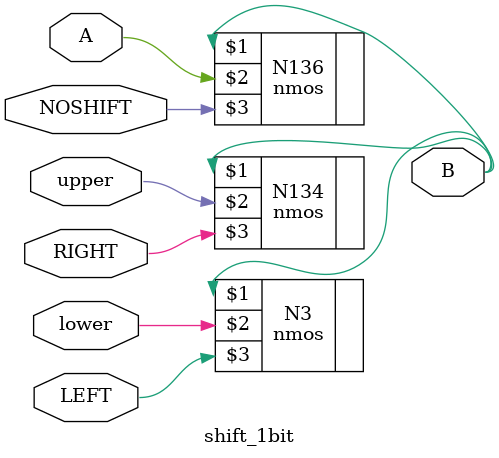
<source format=v>
`timescale 1ns / 1ns 

module shift_1bit ( B, A, LEFT, NOSHIFT, RIGHT, lower, upper );
output  B;

input  A, LEFT, NOSHIFT, RIGHT, lower, upper;


specify 
    specparam CDS_LIBNAME  = "ece555_projectlib";
    specparam CDS_CELLNAME = "shift_1bit";
    specparam CDS_VIEWNAME = "schematic";
endspecify

nmos N3 ( B, lower, LEFT);
nmos N136 ( B, A, NOSHIFT);
nmos N134 ( B, upper, RIGHT);

endmodule

</source>
